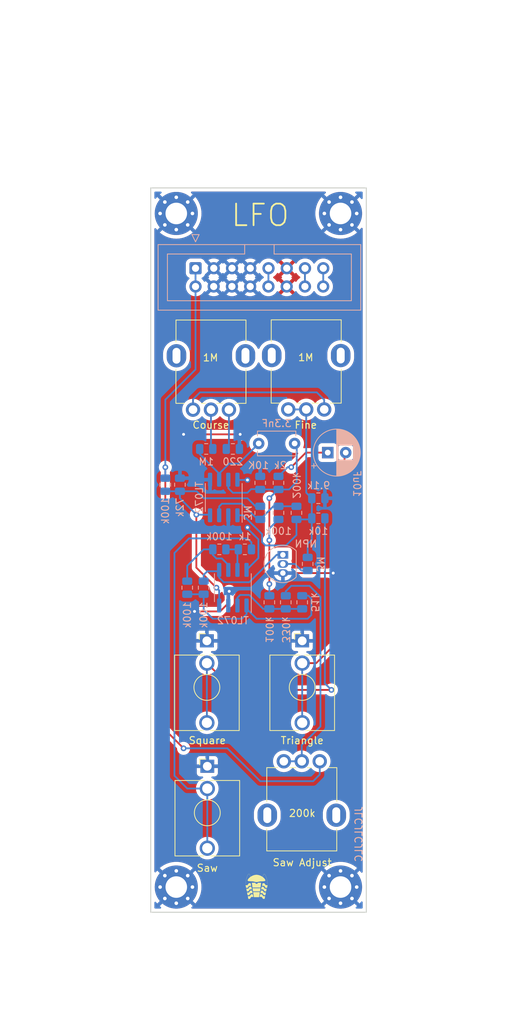
<source format=kicad_pcb>
(kicad_pcb (version 20211014) (generator pcbnew)
  (layers (0 "F.Cu" signal) (31 "B.Cu" signal) (34 "B.Paste" user) (35 "F.Paste" user) (36 "B.SilkS" user "B.Silkscreen") (37 "F.SilkS" user "F.Silkscreen") (38 "B.Mask" user) (39 "F.Mask" user) (44 "Edge.Cuts" user))
  (net 0 "")
  (net 1 "Net-(C1-Pad1)")
  (net 2 "/TRI_B")
  (net 3 "Net-(C2-Pad1)")
  (net 4 "TRIANGLE")
  (net 5 "GND")
  (net 6 "SAW")
  (net 7 "SQUARE")
  (net 8 "Net-(Q1-Pad2)")
  (net 9 "Net-(Q1-Pad1)")
  (net 10 "-5V")
  (net 11 "Net-(R1-Pad2)")
  (net 12 "/SQR_B")
  (net 13 "Net-(R4-Pad2)")
  (net 14 "Net-(R7-Pad2)")
  (net 15 "Net-(U3-Pad2)")
  (net 16 "Net-(R11-Pad1)")
  (net 17 "Net-(U3-Pad1)")
  (net 18 "Net-(U3-Pad6)")
  (net 19 "Net-(U3-Pad7)")
  (net 20 "-12V")
  (net 21 "Net-(RV1-Pad3)")
  (net 22 "unconnected-(U1-Pad5)")
  (net 23 "+5V")
  (net 24 "unconnected-(U1-Pad7)")
  (net 25 "unconnected-(U1-Pad8)")
  (footprint "MountingHole:MountingHole_3mm_Pad_Via" (layer "F.Cu") (at 125.476 154.686)
    (fp_text reference "H3" hide)
    (fp_text value "MountingHole_Pad" hide)
    (pad "1" thru_hole circle locked (at 2.25 0) (size 0.8 0.8) (drill 0.5) (layers *.Cu *.Mask) (net 5 "GND"))
    (pad "1" thru_hole circle locked (at 1.59099 1.59099) (size 0.8 0.8) (drill 0.5) (layers *.Cu *.Mask) (net 5 "GND"))
    (pad "1" thru_hole circle locked (at -1.59099 -1.59099) (size 0.8 0.8) (drill 0.5) (layers *.Cu *.Mask) (net 5 "GND"))
    (pad "1" thru_hole circle locked (at 0 2.25) (size 0.8 0.8) (drill 0.5) (layers *.Cu *.Mask) (net 5 "GND"))
    (pad "1" thru_hole circle locked (at 0 -2.25) (size 0.8 0.8) (drill 0.5) (layers *.Cu *.Mask) (net 5 "GND"))
    (pad "1" thru_hole circle locked (at 0 0) (size 6 6) (drill 3) (layers *.Cu *.Mask) (net 5 "GND"))
    (pad "1" thru_hole circle locked (at -2.25 0) (size 0.8 0.8) (drill 0.5) (layers *.Cu *.Mask) (net 5 "GND"))
    (pad "1" thru_hole circle locked (at -1.59099 1.59099) (size 0.8 0.8) (drill 0.5) (layers *.Cu *.Mask) (net 5 "GND"))
    (pad "1" thru_hole circle locked (at 1.59099 -1.59099) (size 0.8 0.8) (drill 0.5) (layers *.Cu *.Mask) (net 5 "GND"))
  )
  (footprint "LIBRARY-8-bit-computer:3.5mm-mono-jack-eurorack-2" (layer "F.Cu") (at 129.794 144.45)
    (fp_text reference "J1" hide)
    (fp_text value "AudioJack2_Ground" hide)
    (fp_text user "Saw" (at 0 7.588 unlocked) (layer "F.SilkS"))
    (pad "G" thru_hole rect (at 0 -6.574 180) (size 1.93 1.83) (drill 1.22) (layers *.Cu *.Mask) (net 5 "GND"))
    (pad "S" thru_hole circle (at 0 -3.474 180) (size 2.13 2.13) (drill 1.42) (layers *.Cu *.Mask) (net 6 "SAW"))
    (pad "T" thru_hole circle (at 0 4.826 180) (size 2.13 2.13) (drill 1.43) (layers *.Cu *.Mask) (net 6 "SAW"))
  )
  (footprint "Stephenv6:trilobyte-logo-tiny" (layer "F.Cu") (at 136.642 148.720558)
    (fp_text reference "REF**" hide)
    (fp_text value "trilobyte-logo-tiny" hide)
  )
  (footprint "LIBRARY-8-bit-computer:3.5mm-mono-jack-eurorack-2" (layer "F.Cu") (at 129.734 127)
    (fp_text reference "J3" hide)
    (fp_text value "AudioJack2_Ground" hide)
    (fp_text user "Square" (at 0.06 7.29 unlocked) (layer "F.SilkS"))
    (pad "G" thru_hole rect (at 0 -6.574 180) (size 1.93 1.83) (drill 1.22) (layers *.Cu *.Mask) (net 5 "GND"))
    (pad "S" thru_hole circle (at 0 -3.474 180) (size 2.13 2.13) (drill 1.42) (layers *.Cu *.Mask) (net 7 "SQUARE"))
    (pad "T" thru_hole circle (at 0 4.826 180) (size 2.13 2.13) (drill 1.43) (layers *.Cu *.Mask) (net 7 "SQUARE"))
  )
  (footprint "LIBRARY-8-bit-computer:alpha-9mm-potentiometer" (layer "F.Cu") (at 130.244 81.026 90)
    (fp_text reference "RV2" hide)
    (fp_text value "R_Potentiometer_US" hide)
    (fp_text user "1M" (at 0 0 unlocked) (layer "F.SilkS"))
    (fp_text user "Course" (at -9.369 0.0505 unlocked) (layer "F.SilkS"))
    (pad "" thru_hole oval (at 0.268 4.86) (size 2.72 3.24) (drill oval 1.1 2.2) (layers *.Cu *.Mask))
    (pad "" thru_hole oval (at 0.268 -4.74 180) (size 2.72 3.24) (drill oval 1.1 2.2) (layers *.Cu *.Mask))
    (pad "1" thru_hole circle (at -7.232 -2.44 180) (size 2 2) (drill 1.2) (layers *.Cu *.Mask) (net 21 "Net-(RV1-Pad3)"))
    (pad "2" thru_hole circle (at -7.232 0.06 180) (size 2 2) (drill 1.2) (layers *.Cu *.Mask) (net 14 "Net-(R7-Pad2)"))
    (pad "3" thru_hole circle (at -7.232 2.56 180) (size 2 2) (drill 1.2) (layers *.Cu *.Mask) (net 13 "Net-(R4-Pad2)"))
  )
  (footprint "LIBRARY-8-bit-computer:alpha-9mm-potentiometer" (layer "F.Cu") (at 143.5025 80.997 90)
    (fp_text reference "RV1" hide)
    (fp_text value "R_Potentiometer_US" hide)
    (fp_text user "Fine" (at -9.398 0 unlocked) (layer "F.SilkS"))
    (fp_text user "1M" (at 0 0 unlocked) (layer "F.SilkS"))
    (pad "" thru_hole oval (at 0.268 4.86) (size 2.72 3.24) (drill oval 1.1 2.2) (layers *.Cu *.Mask))
    (pad "" thru_hole oval (at 0.268 -4.74 180) (size 2.72 3.24) (drill oval 1.1 2.2) (layers *.Cu *.Mask))
    (pad "1" thru_hole circle (at -7.232 -2.44 180) (size 2 2) (drill 1.2) (layers *.Cu *.Mask) (net 12 "/SQR_B"))
    (pad "2" thru_hole circle (at -7.232 0.06 180) (size 2 2) (drill 1.2) (layers *.Cu *.Mask) (net 12 "/SQR_B"))
    (pad "3" thru_hole circle (at -7.232 2.56 180) (size 2 2) (drill 1.2) (layers *.Cu *.Mask) (net 21 "Net-(RV1-Pad3)"))
  )
  (footprint "MountingHole:MountingHole_3mm_Pad_Via" (layer "F.Cu") (at 148.336 154.686)
    (fp_text reference "H2" hide)
    (fp_text value "MountingHole_Pad" hide)
    (pad "1" thru_hole circle locked (at -1.59099 -1.59099) (size 0.8 0.8) (drill 0.5) (layers *.Cu *.Mask) (net 5 "GND"))
    (pad "1" thru_hole circle locked (at -2.25 0) (size 0.8 0.8) (drill 0.5) (layers *.Cu *.Mask) (net 5 "GND"))
    (pad "1" thru_hole circle locked (at 1.59099 -1.59099) (size 0.8 0.8) (drill 0.5) (layers *.Cu *.Mask) (net 5 "GND"))
    (pad "1" thru_hole circle locked (at -1.59099 1.59099) (size 0.8 0.8) (drill 0.5) (layers *.Cu *.Mask) (net 5 "GND"))
    (pad "1" thru_hole circle locked (at 0 -2.25) (size 0.8 0.8) (drill 0.5) (layers *.Cu *.Mask) (net 5 "GND"))
    (pad "1" thru_hole circle locked (at 1.59099 1.59099) (size 0.8 0.8) (drill 0.5) (layers *.Cu *.Mask) (net 5 "GND"))
    (pad "1" thru_hole circle locked (at 2.25 0) (size 0.8 0.8) (drill 0.5) (layers *.Cu *.Mask) (net 5 "GND"))
    (pad "1" thru_hole circle locked (at 0 2.25) (size 0.8 0.8) (drill 0.5) (layers *.Cu *.Mask) (net 5 "GND"))
    (pad "1" thru_hole circle locked (at 0 0) (size 6 6) (drill 3) (layers *.Cu *.Mask) (net 5 "GND"))
  )
  (footprint "MountingHole:MountingHole_3mm_Pad_Via" (layer "F.Cu") (at 125.476 60.96)
    (fp_text reference "H1" hide)
    (fp_text value "MountingHole_Pad" hide)
    (pad "1" thru_hole circle locked (at -2.25 0) (size 0.8 0.8) (drill 0.5) (layers *.Cu *.Mask) (net 5 "GND"))
    (pad "1" thru_hole circle locked (at 0 -2.25) (size 0.8 0.8) (drill 0.5) (layers *.Cu *.Mask) (net 5 "GND"))
    (pad "1" thru_hole circle locked (at 1.59099 1.59099) (size 0.8 0.8) (drill 0.5) (layers *.Cu *.Mask) (net 5 "GND"))
    (pad "1" thru_hole circle locked (at 0 0) (size 6 6) (drill 3) (layers *.Cu *.Mask) (net 5 "GND"))
    (pad "1" thru_hole circle locked (at -1.59099 1.59099) (size 0.8 0.8) (drill 0.5) (layers *.Cu *.Mask) (net 5 "GND"))
    (pad "1" thru_hole circle locked (at -1.59099 -1.59099) (size 0.8 0.8) (drill 0.5) (layers *.Cu *.Mask) (net 5 "GND"))
    (pad "1" thru_hole circle locked (at 2.25 0) (size 0.8 0.8) (drill 0.5) (layers *.Cu *.Mask) (net 5 "GND"))
    (pad "1" thru_hole circle locked (at 1.59099 -1.59099) (size 0.8 0.8) (drill 0.5) (layers *.Cu *.Mask) (net 5 "GND"))
    (pad "1" thru_hole circle locked (at 0 2.25) (size 0.8 0.8) (drill 0.5) (layers *.Cu *.Mask) (net 5 "GND"))
  )
  (footprint "LIBRARY-8-bit-computer:alpha-9mm-potentiometer" (layer "F.Cu") (at 143.002 144.418 -90)
    (fp_text reference "RV3" hide)
    (fp_text value "R_Potentiometer_US" hide)
    (fp_text user "Saw Adjust" (at 6.858 0 unlocked) (layer "F.SilkS"))
    (fp_text user "200k" (at 0 0 unlocked) (layer "F.SilkS"))
    (pad "" thru_hole oval (at 0.268 -4.74) (size 2.72 3.24) (drill oval 1.1 2.2) (layers *.Cu *.Mask))
    (pad "" thru_hole oval (at 0.268 4.86 180) (size 2.72 3.24) (drill oval 1.1 2.2) (layers *.Cu *.Mask))
    (pad "1" thru_hole circle (at -7.232 -2.44) (size 2 2) (drill 1.2) (layers *.Cu *.Mask) (net 20 "-12V"))
    (pad "2" thru_hole circle (at -7.232 0.06) (size 2 2) (drill 1.2) (layers *.Cu *.Mask) (net 16 "Net-(R11-Pad1)"))
    (pad "3" thru_hole circle (at -7.232 2.56) (size 2 2) (drill 1.2) (layers *.Cu *.Mask) (net 16 "Net-(R11-Pad1)"))
  )
  (footprint "LIBRARY-8-bit-computer:3.5mm-mono-jack-eurorack-2" (layer "F.Cu") (at 143.002 127)
    (fp_text reference "J2" hide)
    (fp_text value "AudioJack2_Ground" hide)
    (fp_text user "Triangle" (at 0 7.29 unlocked) (layer "F.SilkS"))
    (pad "G" thru_hole rect (at 0 -6.574 180) (size 1.93 1.83) (drill 1.22) (layers *.Cu *.Mask) (net 5 "GND"))
    (pad "S" thru_hole circle (at 0 -3.474 180) (size 2.13 2.13) (drill 1.42) (layers *.Cu *.Mask) (net 4 "TRIANGLE"))
    (pad "T" thru_hole circle (at 0 4.826 180) (size 2.13 2.13) (drill 1.43) (layers *.Cu *.Mask) (net 4 "TRIANGLE"))
  )
  (footprint "MountingHole:MountingHole_3mm_Pad_Via" (layer "F.Cu") (at 148.336 60.96)
    (fp_text reference "H4" hide)
    (fp_text value "MountingHole_Pad" hide)
    (pad "1" thru_hole circle locked (at -2.25 0) (size 0.8 0.8) (drill 0.5) (layers *.Cu *.Mask) (net 5 "GND"))
    (pad "1" thru_hole circle locked (at 1.59099 1.59099) (size 0.8 0.8) (drill 0.5) (layers *.Cu *.Mask) (net 5 "GND"))
    (pad "1" thru_hole circle locked (at 1.59099 -1.59099) (size 0.8 0.8) (drill 0.5) (layers *.Cu *.Mask) (net 5 "GND"))
    (pad "1" thru_hole circle locked (at -1.59099 1.59099) (size 0.8 0.8) (drill 0.5) (layers *.Cu *.Mask) (net 5 "GND"))
    (pad "1" thru_hole circle locked (at 0 -2.25) (size 0.8 0.8) (drill 0.5) (layers *.Cu *.Mask) (net 5 "GND"))
    (pad "1" thru_hole circle locked (at 0 0) (size 6 6) (drill 3) (layers *.Cu *.Mask) (net 5 "GND"))
    (pad "1" thru_hole circle locked (at -1.59099 -1.59099) (size 0.8 0.8) (drill 0.5) (layers *.Cu *.Mask) (net 5 "GND"))
    (pad "1" thru_hole circle locked (at 0 2.25) (size 0.8 0.8) (drill 0.5) (layers *.Cu *.Mask) (net 5 "GND"))
    (pad "1" thru_hole circle locked (at 2.25 0) (size 0.8 0.8) (drill 0.5) (layers *.Cu *.Mask) (net 5 "GND"))
  )
  (footprint "Resistor_SMD:R_0805_2012Metric" (layer "B.Cu") (at 140.716 115.062 -90)
    (fp_text reference "R11" hide)
    (fp_text value "R_Small_US" hide)
    (fp_text user "330k" (at 3.81 0 -90 unlocked) (layer "B.SilkS") (effects (justify mirror)))
    (pad "1" smd roundrect (at -0.9125 0 270) (size 1.025 1.4) (layers "B.Cu" "B.Paste" "B.Mask") (roundrect_rratio 0.243902439) (net 16 "Net-(R11-Pad1)"))
    (pad "2" smd roundrect (at 0.9125 0 270) (size 1.025 1.4) (layers "B.Cu" "B.Paste" "B.Mask") (roundrect_rratio 0.243902439) (net 15 "Net-(U3-Pad2)"))
  )
  (footprint "Resistor_SMD:R_0805_2012Metric" (layer "B.Cu") (at 143.764 109.728 -90)
    (fp_text reference "R12" hide)
    (fp_text value "R_Small_US" hide)
    (fp_text user "3M" (at 0 -1.778 -90 unlocked) (layer "B.SilkS") (effects (justify mirror)))
    (pad "1" smd roundrect (at -0.9125 0 270) (size 1.025 1.4) (layers "B.Cu" "B.Paste" "B.Mask") (roundrect_rratio 0.243902439) (net 12 "/SQR_B"))
    (pad "2" smd roundrect (at 0.9125 0 270) (size 1.025 1.4) (layers "B.Cu" "B.Paste" "B.Mask") (roundrect_rratio 0.243902439) (net 8 "Net-(Q1-Pad2)"))
  )
  (footprint "Resistor_SMD:R_0805_2012Metric" (layer "B.Cu") (at 127 113.03 90)
    (fp_text reference "R15" hide)
    (fp_text value "R_Small_US" hide)
    (fp_text user "100k" (at -3.81 0 90 unlocked) (layer "B.SilkS") (effects (justify mirror)))
    (pad "1" smd roundrect (at -0.9125 0 90) (size 1.025 1.4) (layers "B.Cu" "B.Paste" "B.Mask") (roundrect_rratio 0.243902439) (net 17 "Net-(U3-Pad1)"))
    (pad "2" smd roundrect (at 0.9125 0 90) (size 1.025 1.4) (layers "B.Cu" "B.Paste" "B.Mask") (roundrect_rratio 0.243902439) (net 18 "Net-(U3-Pad6)"))
  )
  (footprint "Resistor_SMD:R_0805_2012Metric" (layer "B.Cu") (at 142.2 102.616 -90)
    (fp_text reference "R3" hide)
    (fp_text value "R_Small_US" hide)
    (fp_text user "200k" (at -3.81 0 -90 unlocked) (layer "B.SilkS") (effects (justify mirror)))
    (pad "1" smd roundrect (at -0.9125 0 270) (size 1.025 1.4) (layers "B.Cu" "B.Paste" "B.Mask") (roundrect_rratio 0.243902439) (net 11 "Net-(R1-Pad2)"))
    (pad "2" smd roundrect (at 0.9125 0 270) (size 1.025 1.4) (layers "B.Cu" "B.Paste" "B.Mask") (roundrect_rratio 0.243902439) (net 12 "/SQR_B"))
  )
  (footprint "Capacitor_THT:C_Disc_D5.1mm_W3.2mm_P5.00mm" (layer "B.Cu") (at 136.946 92.964)
    (fp_text reference "C1" hide)
    (fp_text value "C" hide)
    (fp_text user "3.3nF" (at 2.5 -2.794 unlocked) (layer "B.SilkS") (effects (justify mirror)))
    (pad "1" thru_hole circle locked (at 0 0) (size 1.6 1.6) (drill 0.8) (layers *.Cu *.Mask) (net 1 "Net-(C1-Pad1)"))
    (pad "2" thru_hole circle locked (at 5 0) (size 1.6 1.6) (drill 0.8) (layers *.Cu *.Mask) (net 2 "/TRI_B"))
  )
  (footprint "Resistor_SMD:R_0805_2012Metric" (layer "B.Cu") (at 143.002 115.062 90)
    (fp_text reference "R13" hide)
    (fp_text value "R_Small_US" hide)
    (fp_text user "51k" (at 0 1.778 270 unlocked) (layer "B.SilkS") (effects (justify mirror)))
    (pad "1" smd roundrect (at -0.9125 0 90) (size 1.025 1.4) (layers "B.Cu" "B.Paste" "B.Mask") (roundrect_rratio 0.243902439) (net 15 "Net-(U3-Pad2)"))
    (pad "2" smd roundrect (at 0.9125 0 90) (size 1.025 1.4) (layers "B.Cu" "B.Paste" "B.Mask") (roundrect_rratio 0.243902439) (net 17 "Net-(U3-Pad1)"))
  )
  (footprint "Resistor_SMD:R_0805_2012Metric" (layer "B.Cu") (at 139.7 102.616 -90)
    (fp_text reference "R2" hide)
    (fp_text value "R_Small_US" hide)
    (fp_text user "100k" (at 2.54 0 unlocked) (layer "B.SilkS") (effects (justify mirror)))
    (pad "1" smd roundrect (at -0.9125 0 270) (size 1.025 1.4) (layers "B.Cu" "B.Paste" "B.Mask") (roundrect_rratio 0.243902439) (net 11 "Net-(R1-Pad2)"))
    (pad "2" smd roundrect (at 0.9125 0 270) (size 1.025 1.4) (layers "B.Cu" "B.Paste" "B.Mask") (roundrect_rratio 0.243902439) (net 2 "/TRI_B"))
  )
  (footprint "Package_TO_SOT_THT:TO-92_Inline" (layer "B.Cu") (at 140.314 108.458 -90)
    (fp_text reference "Q1" hide)
    (fp_text value "2n3904" hide)
    (fp_text user "NPN" (at -1.524 -3.196 unlocked) (layer "B.SilkS") (effects (justify mirror)))
    (pad "1" thru_hole rect locked (at 0 0 270) (size 1.05 1.5) (drill 0.75) (layers *.Cu *.Mask) (net 9 "Net-(Q1-Pad1)"))
    (pad "2" thru_hole oval locked (at 1.27 0 270) (size 1.05 1.5) (drill 0.75) (layers *.Cu *.Mask) (net 8 "Net-(Q1-Pad2)"))
    (pad "3" thru_hole oval locked (at 2.54 0 270) (size 1.05 1.5) (drill 0.75) (layers *.Cu *.Mask) (net 5 "GND"))
  )
  (footprint "Resistor_SMD:R_0805_2012Metric" (layer "B.Cu") (at 138.43 115.062 -90)
    (fp_text reference "R10" hide)
    (fp_text value "R_Small_US" hide)
    (fp_text user "100k" (at 3.81 0 -90 unlocked) (layer "B.SilkS") (effects (justify mirror)))
    (pad "1" smd roundrect (at -0.9125 0 270) (size 1.025 1.4) (layers "B.Cu" "B.Paste" "B.Mask") (roundrect_rratio 0.243902439) (net 2 "/TRI_B"))
    (pad "2" smd roundrect (at 0.9125 0 270) (size 1.025 1.4) (layers "B.Cu" "B.Paste" "B.Mask") (roundrect_rratio 0.243902439) (net 15 "Net-(U3-Pad2)"))
  )
  (footprint "Resistor_SMD:R_0805_2012Metric" (layer "B.Cu") (at 137.16 102.616 -90)
    (fp_text reference "R1" hide)
    (fp_text value "R_Small_US" hide)
    (fp_text user "3M" (at 0 1.778 -90 unlocked) (layer "B.SilkS") (effects (justify mirror)))
    (pad "1" smd roundrect (at -0.9125 0 270) (size 1.025 1.4) (layers "B.Cu" "B.Paste" "B.Mask") (roundrect_rratio 0.243902439) (net 10 "-5V"))
    (pad "2" smd roundrect (at 0.9125 0 270) (size 1.025 1.4) (layers "B.Cu" "B.Paste" "B.Mask") (roundrect_rratio 0.243902439) (net 11 "Net-(R1-Pad2)"))
  )
  (footprint "Package_SO:SOIC-8_3.9x4.9mm_P1.27mm" (layer "B.Cu") (at 133.35 113.03 90)
    (fp_text reference "U3" hide)
    (fp_text value "TL072" (at -4.572 0 180) (layer "B.SilkS") (effects (justify mirror)))
    (pad "1" smd roundrect locked (at -2.475 1.905 90) (size 1.95 0.6) (layers "B.Cu" "B.Paste" "B.Mask") (net 17 "Net-(U3-Pad1)"))
    (pad "2" smd roundrect locked (at -2.475 0.635 90) (size 1.95 0.6) (layers "B.Cu" "B.Paste" "B.Mask") (net 15 "Net-(U3-Pad2)"))
    (pad "3" smd roundrect locked (at -2.475 -0.635 90) (size 1.95 0.6) (layers "B.Cu" "B.Paste" "B.Mask") (net 5 "GND"))
    (pad "4" smd roundrect locked (at -2.475 -1.905 90) (size 1.95 0.6) (layers "B.Cu" "B.Paste" "B.Mask") (net 10 "-5V"))
    (pad "5" smd roundrect locked (at 2.475 -1.905 90) (size 1.95 0.6) (layers "B.Cu" "B.Paste" "B.Mask") (net 9 "Net-(Q1-Pad1)"))
    (pad "6" smd roundrect locked (at 2.475 -0.635 90) (size 1.95 0.6) (layers "B.Cu" "B.Paste" "B.Mask") (net 18 "Net-(U3-Pad6)"))
    (pad "7" smd roundrect locked (at 2.475 0.635 90) (size 1.95 0.6) (layers "B.Cu" "B.Paste" "B.Mask") (net 19 "Net-(U3-Pad7)"))
    (pad "8" smd roundrect locked (at 2.475 1.905 90) (size 1.95 0.6) (layers "B.Cu" "B.Paste" "B.Mask") (net 23 "+5V"))
  )
  (footprint "Resistor_SMD:R_0805_2012Metric" (layer "B.Cu") (at 131.4685 107.696)
    (fp_text reference "R16" hide)
    (fp_text value "R_Small_US" hide)
    (fp_text user "100k" (at 0 -1.778 unlocked) (layer "B.SilkS") (effects (justify mirror)))
    (pad "1" smd roundrect (at -0.9125 0) (size 1.025 1.4) (layers "B.Cu" "B.Paste" "B.Mask") (roundrect_rratio 0.243902439) (net 18 "Net-(U3-Pad6)"))
    (pad "2" smd roundrect (at 0.9125 0) (size 1.025 1.4) (layers "B.Cu" "B.Paste" "B.Mask") (roundrect_rratio 0.243902439) (net 19 "Net-(U3-Pad7)"))
  )
  (footprint "Resistor_SMD:R_0805_2012Metric" (layer "B.Cu") (at 133.35 93.726 180)
    (fp_text reference "R4" hide)
    (fp_text value "R_Small_US" hide)
    (fp_text user "220" (at 0 -1.778 unlocked) (layer "B.SilkS") (effects (justify mirror)))
    (pad "1" smd roundrect (at -0.9125 0 180) (size 1.025 1.4) (layers "B.Cu" "B.Paste" "B.Mask") (roundrect_rratio 0.243902439) (net 5 "GND"))
    (pad "2" smd roundrect (at 0.9125 0 180) (size 1.025 1.4) (layers "B.Cu" "B.Paste" "B.Mask") (roundrect_rratio 0.243902439) (net 13 "Net-(R4-Pad2)"))
  )
  (footprint "Resistor_SMD:R_0805_2012Metric" (layer "B.Cu") (at 137.16 98.4485 -90)
    (fp_text reference "R8" hide)
    (fp_text value "R_Small_US" hide)
    (fp_text user "10K" (at -2.4365 0.254 unlocked) (layer "B.SilkS") (effects (justify mirror)))
    (pad "1" smd roundrect (at -0.9125 0 270) (size 1.025 1.4) (layers "B.Cu" "B.Paste" "B.Mask") (roundrect_rratio 0.243902439) (net 5 "GND"))
    (pad "2" smd roundrect (at 0.9125 0 270) (size 1.025 1.4) (layers "B.Cu" "B.Paste" "B.Mask") (roundrect_rratio 0.243902439) (net 2 "/TRI_B"))
  )
  (footprint "Capacitor_THT:CP_Radial_D6.3mm_P2.50mm" (layer "B.Cu") (at 146.558 94.234)
    (fp_text reference "C2" hide)
    (fp_text value "C_Polarized_Small_US" hide)
    (fp_text user "10uF" (at 4.064 4.318 270 unlocked) (layer "B.SilkS") (effects (justify mirror)))
    (pad "1" thru_hole rect locked (at 0 0) (size 1.6 1.6) (drill 0.8) (layers *.Cu *.Mask) (net 3 "Net-(C2-Pad1)"))
    (pad "2" thru_hole circle locked (at 2.5 0) (size 1.6 1.6) (drill 0.8) (layers *.Cu *.Mask) (net 4 "TRIANGLE"))
  )
  (footprint "Resistor_SMD:R_0805_2012Metric" (layer "B.Cu") (at 135.0245 107.696)
    (fp_text reference "R17" hide)
    (fp_text value "R_Small_US" hide)
    (fp_text user "1k" (at 0 -1.778 unlocked) (layer "B.SilkS") (effects (justify mirror)))
    (pad "1" smd roundrect (at -0.9125 0) (size 1.025 1.4) (layers "B.Cu" "B.Paste" "B.Mask") (roundrect_rratio 0.243902439) (net 19 "Net-(U3-Pad7)"))
    (pad "2" smd roundrect (at 0.9125 0) (size 1.025 1.4) (layers "B.Cu" "B.Paste" "B.Mask") (roundrect_rratio 0.243902439) (net 6 "SAW"))
  )
  (footprint "Resistor_SMD:R_0805_2012Metric" (layer "B.Cu") (at 139.7 98.4485 -90)
    (fp_text reference "R9" hide)
    (fp_text value "R_Small_US" hide)
    (fp_text user "2k" (at -2.4365 -0.254 unlocked) (layer "B.SilkS") (effects (justify mirror)))
    (pad "1" smd roundrect (at -0.9125 0 270) (size 1.025 1.4) (layers "B.Cu" "B.Paste" "B.Mask") (roundrect_rratio 0.243902439) (net 3 "Net-(C2-Pad1)"))
    (pad "2" smd roundrect (at 0.9125 0 270) (size 1.025 1.4) (layers "B.Cu" "B.Paste" "B.Mask") (roundrect_rratio 0.243902439) (net 2 "/TRI_B"))
  )
  (footprint "Resistor_SMD:R_0805_2012Metric" (layer "B.Cu") (at 145.248 103.378)
    (fp_text reference "R6" hide)
    (fp_text value "R_Small_US" hide)
    (fp_text user "10k" (at 0 1.778 unlocked) (layer "B.SilkS") (effects (justify mirror)))
    (pad "1" smd roundrect (at -0.9125 0) (size 1.025 1.4) (layers "B.Cu" "B.Paste" "B.Mask") (roundrect_rratio 0.243902439) (net 12 "/SQR_B"))
    (pad "2" smd roundrect (at 0.9125 0) (size 1.025 1.4) (layers "B.Cu" "B.Paste" "B.Mask") (roundrect_rratio 0.243902439) (net 7 "SQUARE"))
  )
  (footprint "Resistor_SMD:R_0805_2012Metric" (layer "B.Cu") (at 129.286 113.03 90)
    (fp_text reference "R14" hide)
    (fp_text value "R_Small_US" hide)
    (fp_text user "100k" (at -3.81 0 90 unlocked) (layer "B.SilkS") (effects (justify mirror)))
    (pad "1" smd roundrect (at -0.9125 0 90) (size 1.025 1.4) (layers "B.Cu" "B.Paste" "B.Mask") (roundrect_rratio 0.243902439) (net 17 "Net-(U3-Pad1)"))
    (pad "2" smd roundrect (at 0.9125 0 90) (size 1.025 1.4) (layers "B.Cu" "B.Paste" "B.Mask") (roundrect_rratio 0.243902439) (net 9 "Net-(Q1-Pad1)"))
  )
  (footprint "Package_SO:SOIC-8_3.9x4.9mm_P1.27mm" (layer "B.Cu") (at 132.08 100.4805 90)
    (fp_text reference "U2" hide)
    (fp_text value "TL072" (at 0 -3.4 90) (layer "B.SilkS") (effects (justify mirror)))
    (pad "1" smd roundrect locked (at -2.475 1.905 90) (size 1.95 0.6) (layers "B.Cu" "B.Paste" "B.Mask") (net 12 "/SQR_B"))
    (pad "2" smd roundrect locked (at -2.475 0.635 90) (size 1.95 0.6) (layers "B.Cu" "B.Paste" "B.Mask") (net 5 "GND"))
    (pad "3" smd roundrect locked (at -2.475 -0.635 90) (size 1.95 0.6) (layers "B.Cu" "B.Paste" "B.Mask") (net 11 "Net-(R1-Pad2)"))
    (pad "4" smd roundrect locked (at -2.475 -1.905 90) (size 1.95 0.6) (layers "B.Cu" "B.Paste" "B.Mask") (net 10 "-5V"))
    (pad "5" smd roundrect locked (at 2.475 -1.905 90) (size 1.95 0.6) (layers "B.Cu" "B.Paste" "B.Mask") (net 5 "GND"))
    (pad "6" smd roundrect locked (at 2.475 -0.635 90) (size 1.95 0.6) (layers "B.Cu" "B.Paste" "B.Mask") (net 1 "Net-(C1-Pad1)"))
    (pad "7" smd roundrect locked (at 2.475 0.635 90) (size 1.95 0.6) (layers "B.Cu" "B.Paste" "B.Mask") (net 2 "/TRI_B"))
    (pad "8" smd roundrect locked (at 2.475 1.905 90) (size 1.95 0.6) (layers "B.Cu" "B.Paste" "B.Mask") (net 23 "+5V"))
  )
  (footprint "LIBRARY-8-bit-computer:IDC-Socket-Eurorack_16p_2.54mm" (layer "B.Cu") (at 137.032 69.85 90)
    (fp_text reference "U1" hide)
    (fp_text value "Eurorack_IDE_16P" hide)
    (pad "1" thru_hole roundrect (at 1.27 -8.878 270) (size 1.7 1.7) (drill 1) (layers *.Cu *.Mask) (roundrect_rratio 0.1470588235) (net 20 "-12V"))
    (pad "1" thru_hole circle (at -1.27 -8.878 270) (size 1.7 1.7) (drill 1) (layers *.Cu *.Mask) (net 20 "-12V"))
    (pad "2" thru_hole circle (at -1.27 -6.35 270) (size 1.7 1.7) (drill 1) (layers *.Cu *.Mask) (net 5 "GND"))
    (pad "2" thru_hole circle (at 1.27 -6.338 270) (size 1.7 1.7) (drill 1) (layers *.Cu *.Mask) (net 5 "GND"))
    (pad "3" thru_hole circle (at -1.27 -3.81 270) (size 1.7 1.7) (drill 1) (layers *.Cu *.Mask) (net 5 "GND"))
    (pad "3" thru_hole circle (at 1.27 -3.798 270) (size 1.7 1.7) (drill 1) (layers *.Cu *.Mask) (net 5 "GND"))
    (pad "4" thru_hole circle (at 1.27 -1.258 270) (size 1.7 1.7) (drill 1) (layers *.Cu *.Mask) (net 5 "GND"))
    (pad "4" thru_hole circle (at -1.27 -1.27 270) (size 1.7 1.7) (drill 1) (layers *.Cu *.Mask) (net 5 "GND"))
    (pad "5" thru_hole circle (at 1.27 1.282 270) (size 1.7 1.7) (drill 1) (layers *.Cu *.Mask) (net 22 "unconnected-(U1-Pad5)"))
    (pad "5" thru_hole circle (at -1.27 1.27 270) (size 1.7 1.7) (drill 1) (layers *.Cu *.Mask) (net 22 "unconnected-(U1-Pad5)"))
    (pad "6" thru_hole circle (at 1.27 3.822 270) (size 1.7 1.7) (drill 1) (layers *.Cu *.Mask) (net 23 "+5V"))
    (pad "6" thru_hole circle (at -1.27 3.81 270) (size 1.7 1.7) (drill 1) (layers *.Cu *.Mask) (net 23 "+5V"))
    (pad "7" thru_hole circle (at 1.27 6.362 270) (size 1.7 1.7) (drill 1) (layers *.Cu *.Mask) (net 24 "unconnected-(U1-Pad7)"))
    (pad "7" thru_hole circle (at -1.27 6.35 270) (size 1.7 1.7) (drill 1) (layers *.Cu *.Mask) (net 24 "unconnected-(U1-Pad7)"))
    (pad "8" thru_hole circle (at -1.27 8.89 270) (size 1.7 1.7) (drill 1) (layers *.Cu *.Mask) (net 25 "unconnected-(U1-Pad8)"))
    (pad "8" thru_hole circle (at 1.27 8.902 270) (size 1.7 1.7) (drill 1) (layers *.Cu *.Mask) (net 25 "unconnected-(U1-Pad8)"))
  )
  (footprint "Resistor_SMD:R_0805_2012Metric" (layer "B.Cu") (at 125.984 98.7025 90)
    (fp_text reference "R19" hide)
    (fp_text value "R_Small_US" hide)
    (fp_text user "72k" (at -3.1515 0 90 unlocked) (layer "B.SilkS") (effects (justify mirror)))
    (pad "1" smd roundrect (at -0.9125 0 90) (size 1.025 1.4) (layers "B.Cu" "B.Paste" "B.Mask") (roundrect_rratio 0.243902439) (net 10 "-5V"))
    (pad "2" smd roundrect (at 0.9125 0 90) (size 1.025 1.4) (layers "B.Cu" "B.Paste" "B.Mask") (roundrect_rratio 0.243902439) (net 5 "GND"))
  )
  (footprint "Resistor_SMD:R_0805_2012Metric" (layer "B.Cu") (at 129.6435 93.726)
    (fp_text reference "R7" hide)
    (fp_text value "R_Small_US" hide)
    (fp_text user "1M" (at 0 1.778 unlocked) (layer "B.SilkS") (effects (justify mirror)))
    (pad "1" smd roundrect (at -0.9125 0) (size 1.025 1.4) (layers "B.Cu" "B.Paste" "B.Mask") (roundrect_rratio 0.243902439) (net 1 "Net-(C1-Pad1)"))
    (pad "2" smd roundrect (at 0.9125 0) (size 1.025 1.4) (layers "B.Cu" "B.Paste" "B.Mask") (roundrect_rratio 0.243902439) (net 14 "Net-(R7-Pad2)"))
  )
  (footprint "Resistor_SMD:R_0805_2012Metric" (layer "B.Cu") (at 123.952 98.7025 90)
    (fp_text reference "R18" hide)
    (fp_text value "R_Small_US" hide)
    (fp_text user "100k" (at -3.6595 0 90 unlocked) (layer "B.SilkS") (effects (justify mirror)))
    (pad "1" smd roundrect (at -0.9125 0 90) (size 1.025 1.4) (layers "B.Cu" "B.Paste" "B.Mask") (roundrect_rratio 0.243902439) (net 10 "-5V"))
    (pad "2" smd roundrect (at 0.9125 0 90) (size 1.025 1.4) (layers "B.Cu" "B.Paste" "B.Mask") (roundrect_rratio 0.243902439) (net 20 "-12V"))
  )
  (footprint "Resistor_SMD:R_0805_2012Metric" (layer "B.Cu") (at 145.248 100.584)
    (fp_text reference "R5" hide)
    (fp_text value "R_Small_US" hide)
    (fp_text user "9.1k" (at 0.04 -1.778 unlocked) (layer "B.SilkS") (effects (justify mirror)))
    (pad "1" smd roundrect (at -0.9125 0) (size 1.025 1.4) (layers "B.Cu" "B.Paste" "B.Mask") (roundrect_rratio 0.243902439) (net 12 "/SQR_B"))
    (pad "2" smd roundrect (at 0.9125 0) (size 1.025 1.4) (layers "B.Cu" "B.Paste" "B.Mask") (roundrect_rratio 0.243902439) (net 5 "GND"))
  )
  (gr_rect (start 151.926 57.404) (end 121.92 158.192) (layer "Edge.Cuts") (width 0.15) (fill none))
  (gr_text "JLCJLCJLC" (at 150.876 147.32 90) (layer "B.SilkS") (effects (font (size 1 1)) (justify mirror)))
  (gr_text "LFO" (at 137.16 61.214) (layer "F.SilkS") (effects (font (size 3 3) (thickness 0.25))))
  (segment (start 132.842 95.758) (end 131.445 97.155) (width 0.25) (layer "B.Cu") (net 1))
  (segment (start 128.731 93.726) (end 128.731 94.441) (width 0.25) (layer "B.Cu") (net 1))
  (segment (start 136.946 92.964) (end 134.152 95.758) (width 0.25) (layer "B.Cu") (net 1))
  (segment (start 134.152 95.758) (end 132.842 95.758) (width 0.25) (layer "B.Cu") (net 1))
  (segment (start 131.445 97.155) (end 131.445 98.0055) (width 0.25) (layer "B.Cu") (net 1))
  (segment (start 128.731 94.441) (end 131.445 97.155) (width 0.25) (layer "B.Cu") (net 1))
  (segment (start 138.43 112.522) (end 138.43 106.426002) (width 0.25) (layer "F.Cu") (net 2))
  (segment (start 138.43 100.584) (end 138.43 106.425998) (width 0.25) (layer "F.Cu") (net 2))
  (segment (start 138.43 106.425998) (end 138.430002 106.426) (width 0.25) (layer "F.Cu") (net 2))
  (segment (start 138.43 106.426002) (end 138.430002 106.426) (width 0.25) (layer "F.Cu") (net 2))
  (via (at 138.43 112.522) (size 0.8) (drill 0.4) (layers "F.Cu" "B.Cu") (net 2))
  (via (at 138.43 100.584) (size 0.8) (drill 0.4) (layers "F.Cu" "B.Cu") (net 2))
  (via (at 138.430002 106.426) (size 0.8) (drill 0.4) (layers "F.Cu" "B.Cu") (net 2))
  (segment (start 141.177 99.361) (end 139.7 99.361) (width 0.25) (layer "B.Cu") (net 2))
  (segment (start 139.7 103.5285) (end 138.430002 104.798498) (width 0.25) (layer "B.Cu") (net 2))
  (segment (start 142.24 93.258) (end 142.24 98.298) (width 0.25) (layer "B.Cu") (net 2))
  (segment (start 141.946 92.964) (end 142.24 93.258) (width 0.25) (layer "B.Cu") (net 2))
  (segment (start 139.7 99.361) (end 139.653 99.361) (width 0.25) (layer "B.Cu") (net 2))
  (segment (start 142.24 98.298) (end 141.177 99.361) (width 0.25) (layer "B.Cu") (net 2))
  (segment (start 132.715 99.187) (end 133.35 99.822) (width 0.25) (layer "B.Cu") (net 2))
  (segment (start 133.35 99.822) (end 135.382 99.822) (width 0.25) (layer "B.Cu") (net 2))
  (segment (start 132.715 98.0055) (end 132.715 99.187) (width 0.25) (layer "B.Cu") (net 2))
  (segment (start 138.43 114.1495) (end 138.43 112.522) (width 0.25) (layer "B.Cu") (net 2))
  (segment (start 139.653 99.361) (end 138.43 100.584) (width 0.25) (layer "B.Cu") (net 2))
  (segment (start 138.430002 104.798498) (end 138.430002 106.426) (width 0.25) (layer "B.Cu") (net 2))
  (segment (start 135.89 99.314) (end 137.113 99.314) (width 0.25) (layer "B.Cu") (net 2))
  (segment (start 139.7 99.361) (end 137.16 99.361) (width 0.25) (layer "B.Cu") (net 2))
  (segment (start 135.382 99.822) (end 135.89 99.314) (width 0.25) (layer "B.Cu") (net 2))
  (segment (start 137.113 99.314) (end 137.16 99.361) (width 0.25) (layer "B.Cu") (net 2))
  (segment (start 146.558 94.234) (end 143.51 94.234) (width 0.25) (layer "F.Cu") (net 3))
  (segment (start 143.51 94.234) (end 141.478 96.266) (width 0.25) (layer "F.Cu") (net 3))
  (via (at 141.478 96.266) (size 0.8) (drill 0.4) (layers "F.Cu" "B.Cu") (net 3))
  (segment (start 139.7 97.536) (end 140.97 96.266) (width 0.25) (layer "B.Cu") (net 3))
  (segment (start 140.97 96.266) (end 141.478 96.266) (width 0.25) (layer "B.Cu") (net 3))
  (segment (start 148.891621 94.400379) (end 149.058 94.234) (width 0.25) (layer "F.Cu") (net 4))
  (segment (start 144.952 123.526) (end 148.891621 119.586379) (width 0.25) (layer "F.Cu") (net 4))
  (segment (start 143.002 123.526) (end 144.952 123.526) (width 0.25) (layer "F.Cu") (net 4))
  (segment (start 148.891621 119.586379) (end 148.891621 94.400379) (width 0.25) (layer "F.Cu") (net 4))
  (segment (start 143.002 131.826) (end 143.002 123.526) (width 0.25) (layer "B.Cu") (net 4))
  (segment (start 132.842 113.538) (end 132.842 115.062) (width 0.25) (layer "F.Cu") (net 5))
  (segment (start 132.842 115.062) (end 131.572 116.332) (width 0.25) (layer "F.Cu") (net 5))
  (segment (start 140.314 110.998) (end 147.32 110.998) (width 0.25) (layer "F.Cu") (net 5))
  (segment (start 131.572 116.332) (end 128.016 116.332) (width 0.25) (layer "F.Cu") (net 5))
  (segment (start 134.366 91.694) (end 126.492 91.694) (width 0.25) (layer "F.Cu") (net 5))
  (via (at 147.32 110.998) (size 0.8) (drill 0.4) (layers "F.Cu" "B.Cu") (net 5))
  (via (at 132.842 113.538) (size 0.8) (drill 0.4) (layers "F.Cu" "B.Cu") (net 5))
  (via (at 126.492 91.694) (size 0.8) (drill 0.4) (layers "F.Cu" "B.Cu") (net 5))
  (via (at 134.366 91.694) (size 0.8) (drill 0.4) (layers "F.Cu" "B.Cu") (net 5))
  (via (at 128.016 116.332) (size 0.8) (drill 0.4) (layers "F.Cu" "B.Cu") (net 5))
  (segment (start 132.715 115.505) (end 132.715 113.665) (width 0.25) (layer "B.Cu") (net 5))
  (segment (start 132.715 113.665) (end 132.842 113.538) (width 0.25) (layer "B.Cu") (net 5))
  (segment (start 134.2625 91.7975) (end 134.366 91.694) (width 0.25) (layer "B.Cu") (net 5))
  (segment (start 134.2625 93.726) (end 134.2625 91.7975) (width 0.25) (layer "B.Cu") (net 5))
  (segment (start 125.222 139.192) (end 125.222 108.204) (width 0.25) (layer "B.Cu") (net 6))
  (segment (start 135.937 106.727) (end 135.937 107.696) (width 0.25) (layer "B.Cu") (net 6))
  (segment (start 129.794 140.976) (end 129.794 149.276) (width 0.25) (layer "B.Cu") (net 6))
  (segment (start 127.254 106.172) (end 135.382 106.172) (width 0.25) (layer "B.Cu") (net 6))
  (segment (start 129.794 140.976) (end 127.006 140.976) (width 0.25) (layer "B.Cu") (net 6))
  (segment (start 125.222 108.204) (end 127.254 106.172) (width 0.25) (layer "B.Cu") (net 6))
  (segment (start 135.382 106.172) (end 135.937 106.727) (width 0.25) (layer "B.Cu") (net 6))
  (segment (start 127.006 140.976) (end 125.222 139.192) (width 0.25) (layer "B.Cu") (net 6))
  (segment (start 147.066 127.254) (end 133.462 127.254) (width 0.25) (layer "F.Cu") (net 7))
  (segment (start 133.462 127.254) (end 129.734 123.526) (width 0.25) (layer "F.Cu") (net 7))
  (via (at 147.066 127.254) (size 0.8) (drill 0.4) (layers "F.Cu" "B.Cu") (net 7))
  (segment (start 146.1605 126.3485) (end 147.066 127.254) (width 0.25) (layer "B.Cu") (net 7))
  (segment (start 146.1605 103.378) (end 146.1605 126.3485) (width 0.25) (layer "B.Cu") (net 7))
  (segment (start 129.734 131.826) (end 129.734 123.526) (width 0.25) (layer "B.Cu") (net 7))
  (segment (start 142.8985 110.6405) (end 141.986 109.728) (width 0.25) (layer "B.Cu") (net 8))
  (segment (start 143.764 110.6405) (end 142.8985 110.6405) (width 0.25) (layer "B.Cu") (net 8))
  (segment (start 141.986 109.728) (end 140.314 109.728) (width 0.25) (layer "B.Cu") (net 8))
  (segment (start 129.286 111.252) (end 129.286 112.1175) (width 0.25) (layer "B.Cu") (net 9))
  (segment (start 131.445 110.555) (end 131.256 110.744) (width 0.25) (layer "B.Cu") (net 9))
  (segment (start 135.636 112.268) (end 139.446 108.458) (width 0.25) (layer "B.Cu") (net 9))
  (segment (start 131.445 111.633) (end 132.08 112.268) (width 0.25) (layer "B.Cu") (net 9))
  (segment (start 129.794 110.744) (end 129.286 111.252) (width 0.25) (layer "B.Cu") (net 9))
  (segment (start 131.445 110.555) (end 131.445 111.633) (width 0.25) (layer "B.Cu") (net 9))
  (segment (start 139.446 108.458) (end 140.314 108.458) (width 0.25) (layer "B.Cu") (net 9))
  (segment (start 132.08 112.268) (end 135.636 112.268) (width 0.25) (layer "B.Cu") (net 9))
  (segment (start 131.256 110.744) (end 129.794 110.744) (width 0.25) (layer "B.Cu") (net 9))
  (segment (start 128.27 110.236) (end 128.27 102.87) (width 0.25) (layer "F.Cu") (net 10))
  (segment (start 131.064 113.03) (end 128.27 110.236) (width 0.25) (layer "F.Cu") (net 10))
  (via (at 128.27 102.87) (size 0.8) (drill 0.4) (layers "F.Cu" "B.Cu") (net 10))
  (via (at 131.064 113.03) (size 0.8) (drill 0.4) (layers "F.Cu" "B.Cu") (net 10))
  (segment (start 128.27 102.87) (end 125.984 100.584) (width 0.25) (layer "B.Cu") (net 10))
  (segment (start 129.286 100.584) (end 128.317 99.615) (width 0.25) (layer "B.Cu") (net 10))
  (segment (start 136.5015 101.7035) (end 135.382 100.584) (width 0.25) (layer "B.Cu") (net 10))
  (segment (start 130.0895 102.87) (end 130.175 102.9555) (width 0.25) (layer "B.Cu") (net 10))
  (segment (start 128.317 99.615) (end 125.984 99.615) (width 0.25) (layer "B.Cu") (net 10))
  (segment (start 128.27 102.87) (end 130.0895 102.87) (width 0.25) (layer "B.Cu") (net 10))
  (segment (start 131.445 113.411) (end 131.064 113.03) (width 0.25) (layer "B.Cu") (net 10))
  (segment (start 123.952 99.615) (end 125.984 99.615) (width 0.25) (layer "B.Cu") (net 10))
  (segment (start 135.382 100.584) (end 129.286 100.584) (width 0.25) (layer "B.Cu") (net 10))
  (segment (start 125.984 100.584) (end 125.984 99.615) (width 0.25) (layer "B.Cu") (net 10))
  (segment (start 137.16 101.7035) (end 136.5015 101.7035) (width 0.25) (layer "B.Cu") (net 10))
  (segment (start 131.445 115.505) (end 131.445 113.411) (width 0.25) (layer "B.Cu") (net 10))
  (segment (start 131.826 101.346) (end 134.62 101.346) (width 0.25) (layer "B.Cu") (net 11))
  (segment (start 136.8025 103.5285) (end 137.16 103.5285) (width 0.25) (layer "B.Cu") (net 11))
  (segment (start 138.985 101.7035) (end 137.16 103.5285) (width 0.25) (layer "B.Cu") (net 11))
  (segment (start 131.445 102.9555) (end 131.445 101.727) (width 0.25) (layer "B.Cu") (net 11))
  (segment (start 131.445 101.727) (end 131.826 101.346) (width 0.25) (layer "B.Cu") (net 11))
  (segment (start 139.7 101.7035) (end 142.2 101.7035) (width 0.25) (layer "B.Cu") (net 11))
  (segment (start 134.62 101.346) (end 136.8025 103.5285) (width 0.25) (layer "B.Cu") (net 11))
  (segment (start 139.7 101.7035) (end 138.985 101.7035) (width 0.25) (layer "B.Cu") (net 11))
  (segment (start 144.3355 103.378) (end 144.3355 100.584) (width 0.25) (layer "B.Cu") (net 12))
  (segment (start 143.764 106.934) (end 144.3355 106.3625) (width 0.25) (layer "B.Cu") (net 12))
  (segment (start 137.414 106.6886) (end 137.875901 107.150501) (width 0.25) (layer "B.Cu") (net 12))
  (segment (start 143.5625 99.811) (end 143.5625 88.229) (width 0.25) (layer "B.Cu") (net 12))
  (segment (start 144.3355 106.3625) (end 144.3355 103.378) (width 0.25) (layer "B.Cu") (net 12))
  (segment (start 142.2 105.708301) (end 142.2 103.5285) (width 0.25) (layer "B.Cu") (net 12))
  (segment (start 144.3355 100.584) (end 143.5625 99.811) (width 0.25) (layer "B.Cu") (net 12))
  (segment (start 143.764 108.8155) (end 143.764 106.934) (width 0.25) (layer "B.Cu") (net 12))
  (segment (start 134.789098 102.9555) (end 137.414 105.580402) (width 0.25) (layer "B.Cu") (net 12))
  (segment (start 142.2 103.5285) (end 144.185 103.5285) (width 0.25) (layer "B.Cu") (net 12))
  (segment (start 137.875901 107.150501) (end 140.7578 107.150501) (width 0.25) (layer "B.Cu") (net 12))
  (segment (start 137.414 105.580402) (end 137.414 106.6886) (width 0.25) (layer "B.Cu") (net 12))
  (segment (start 140.7578 107.150501) (end 142.2 105.708301) (width 0.25) (layer "B.Cu") (net 12))
  (segment (start 133.985 102.9555) (end 134.789098 102.9555) (width 0.25) (layer "B.Cu") (net 12))
  (segment (start 144.185 103.5285) (end 144.3355 103.378) (width 0.25) (layer "B.Cu") (net 12))
  (segment (start 141.0625 88.229) (end 143.5625 88.229) (width 0.25) (layer "B.Cu") (net 12))
  (segment (start 132.4375 93.726) (end 132.804 93.3595) (width 0.25) (layer "B.Cu") (net 13))
  (segment (start 132.804 93.3595) (end 132.804 88.258) (width 0.25) (layer "B.Cu") (net 13))
  (segment (start 130.556 93.726) (end 130.304 93.474) (width 0.25) (layer "B.Cu") (net 14))
  (segment (start 130.304 93.474) (end 130.304 88.258) (width 0.25) (layer "B.Cu") (net 14))
  (segment (start 137.5645 115.9745) (end 135.636 114.046) (width 0.25) (layer "B.Cu") (net 15))
  (segment (start 134.366 114.046) (end 133.985 114.427) (width 0.25) (layer "B.Cu") (net 15))
  (segment (start 133.985 114.427) (end 133.985 115.505) (width 0.25) (layer "B.Cu") (net 15))
  (segment (start 135.636 114.046) (end 134.366 114.046) (width 0.25) (layer "B.Cu") (net 15))
  (segment (start 138.43 115.9745) (end 137.5645 115.9745) (width 0.25) (layer "B.Cu") (net 15))
  (segment (start 138.43 115.9745) (end 143.002 115.9745) (width 0.25) (layer "B.Cu") (net 15))
  (segment (start 140.442 137.186) (end 142.942 137.186) (width 0.25) (layer "B.Cu") (net 16))
  (segment (start 140.716 114.1495) (end 140.716 113.538) (width 0.25) (layer "B.Cu") (net 16))
  (segment (start 142.942 134.934) (end 142.942 137.186) (width 0.25) (layer "B.Cu") (net 16))
  (segment (start 140.716 113.538) (end 141.478 112.776) (width 0.25) (layer "B.Cu") (net 16))
  (segment (start 145.542 114.3) (end 145.542 132.334) (width 0.25) (layer "B.Cu") (net 16))
  (segment (start 145.542 132.334) (end 142.942 134.934) (width 0.25) (layer "B.Cu") (net 16))
  (segment (start 141.478 112.776) (end 144.018 112.776) (width 0.25) (layer "B.Cu") (net 16))
  (segment (start 144.018 112.776) (end 145.542 114.3) (width 0.25) (layer "B.Cu") (net 16))
  (segment (start 143.8675 114.1495) (end 144.272 114.554) (width 0.25) (layer "B.Cu") (net 17))
  (segment (start 129.286 116.078) (end 130.556 117.348) (width 0.25) (layer "B.Cu") (net 17))
  (segment (start 143.764 117.348) (end 136.652 117.348) (width 0.25) (layer "B.Cu") (net 17))
  (segment (start 129.286 113.9425) (end 127 113.9425) (width 0.25) (layer "B.Cu") (net 17))
  (segment (start 135.255 115.951) (end 135.255 115.505) (width 0.25) (layer "B.Cu") (net 17))
  (segment (start 136.652 117.348) (end 135.255 115.951) (width 0.25) (layer "B.Cu") (net 17))
  (segment (start 130.556 117.348) (end 134.62 117.348) (width 0.25) (layer "B.Cu") (net 17))
  (segment (start 144.272 114.554) (end 144.272 116.84) (width 0.25) (layer "B.Cu") (net 17))
  (segment (start 143.002 114.1495) (end 143.8675 114.1495) (width 0.25) (layer "B.Cu") (net 17))
  (segment (start 129.286 113.9425) (end 129.286 116.078) (width 0.25) (layer "B.Cu") (net 17))
  (segment (start 135.255 116.713) (end 135.255 115.505) (width 0.25) (layer "B.Cu") (net 17))
  (segment (start 144.272 116.84) (end 143.764 117.348) (width 0.25) (layer "B.Cu") (net 17))
  (segment (start 134.62 117.348) (end 135.255 116.713) (width 0.25) (layer "B.Cu") (net 17))
  (segment (start 127 109.982) (end 129.286 107.696) (width 0.25) (layer "B.Cu") (net 18))
  (segment (start 131.064 108.966) (end 130.556 108.458) (width 0.25) (layer "B.Cu") (net 18))
  (segment (start 129.286 107.696) (end 130.556 107.696) (width 0.25) (layer "B.Cu") (net 18))
  (segment (start 131.826 108.966) (end 131.064 108.966) (width 0.25) (layer "B.Cu") (net 18))
  (segment (start 132.715 109.855) (end 131.826 108.966) (width 0.25) (layer "B.Cu") (net 18))
  (segment (start 130.556 108.458) (end 130.556 107.696) (width 0.25) (layer "B.Cu") (net 18))
  (segment (start 127 112.1175) (end 127 109.982) (width 0.25) (layer "B.Cu") (net 18))
  (segment (start 132.715 110.555) (end 132.715 109.855) (width 0.25) (layer "B.Cu") (net 18))
  (segment (start 133.985 107.823) (end 134.112 107.696) (width 0.25) (layer "B.Cu") (net 19))
  (segment (start 133.985 110.555) (end 133.985 107.823) (width 0.25) (layer "B.Cu") (net 19))
  (segment (start 132.381 107.696) (end 134.112 107.696) (width 0.25) (layer "B.Cu") (net 19))
  (segment (start 126.492 135.382) (end 123.952 132.842) (width 0.25) (layer "F.Cu") (net 20))
  (segment (start 123.952 132.842) (end 123.952 96.266) (width 0.25) (layer "F.Cu") (net 20))
  (via (at 126.492 135.382) (size 0.8) (drill 0.4) (layers "F.Cu" "B.Cu") (net 20))
  (via (at 123.952 96.266) (size 0.8) (drill 0.4) (layers "F.Cu" "B.Cu") (net 20))
  (segment (start 123.952 86.868) (end 123.952 96.266) (width 0.25) (layer "B.Cu") (net 20))
  (segment (start 128.154 68.58) (end 128.154 71.12) (width 0.25) (layer "B.Cu") (net 20))
  (segment (start 132.588 135.382) (end 130.302 135.382) (width 0.25) (layer "B.Cu") (net 20))
  (segment (start 137.16 139.954) (end 136.144 138.938) (width 0.25) (layer "B.Cu") (net 20))
  (segment (start 144.526 139.954) (end 137.16 139.954) (width 0.25) (layer "B.Cu") (net 20))
  (segment (start 130.302 135.382) (end 126.492 135.382) (width 0.25) (layer "B.Cu") (net 20))
  (segment (start 128.154 71.12) (end 128.154 82.666) (width 0.25) (layer "B.Cu") (net 20))
  (segment (start 145.442 137.186) (end 145.442 139.038) (width 0.25) (layer "B.Cu") (net 20))
  (segment (start 145.442 139.038) (end 144.526 139.954) (width 0.25) (layer "B.Cu") (net 20))
  (segment (start 136.144 138.938) (end 132.588 135.382) (width 0.25) (layer "B.Cu") (net 20))
  (segment (start 128.154 82.666) (end 123.952 86.868) (width 0.25) (layer "B.Cu") (net 20))
  (segment (start 123.952 96.266) (end 123.952 97.79) (width 0.25) (layer "B.Cu") (net 20))
  (segment (start 145.034 85.852) (end 146.0625 86.8805) (width 0.25) (layer "B.Cu") (net 21))
  (segment (start 127.804 88.258) (end 127.804 86.826) (width 0.25) (layer "B.Cu") (net 21))
  (segment (start 127.804 86.826) (end 128.778 85.852) (width 0.25) (layer "B.Cu") (net 21))
  (segment (start 146.0625 86.8805) (end 146.0625 88.229) (width 0.25) (layer "B.Cu") (net 21))
  (segment (start 128.778 85.852) (end 145.034 85.852) (width 0.25) (layer "B.Cu") (net 21))
  (segment (start 138.302 71.12) (end 138.302 68.592) (width 0.25) (layer "B.Cu") (net 22))
  (segment (start 138.302 68.592) (end 138.314 68.58) (width 0.25) (layer "B.Cu") (net 22))
  (segment (start 135.382 98.044) (end 135.382 104.647998) (width 0.25) (layer "F.Cu") (net 23))
  (segment (start 135.382 104.647998) (end 135.382002 104.648) (width 0.25) (layer "F.Cu") (net 23))
  (via (at 135.382 98.044) (size 0.8) (drill 0.4) (layers "F.Cu" "B.Cu") (net 23))
  (via (at 135.382002 104.648) (size 0.8) (drill 0.4) (layers "F.Cu" "B.Cu") (net 23))
  (segment (start 135.382 98.044) (end 134.0235 98.044) (width 0.25) (layer "B.Cu") (net 23))
  (segment (start 135.255 110.555) (end 136.906 108.904) (width 0.25) (layer "B.Cu") (net 23))
  (segment (start 134.0235 98.044) (end 133.985 98.0055) (width 0.25) (layer "B.Cu") (net 23))
  (segment (start 135.382002 104.784306) (end 135.382002 104.648) (width 0.25) (layer "B.Cu") (net 23))
  (segment (start 136.906 106.308304) (end 135.382002 104.784306) (width 0.25) (layer "B.Cu") (net 23))
  (segment (start 136.906 108.904) (end 136.906 106.308304) (width 0.25) (layer "B.Cu") (net 23))
  (segment (start 143.382 68.592) (end 143.394 68.58) (width 0.25) (layer "B.Cu") (net 24))
  (segment (start 143.382 71.12) (end 143.382 68.592) (width 0.25) (layer "B.Cu") (net 24))
  (segment (start 145.934 68.58) (end 145.934 71.108) (width 0.25) (layer "B.Cu") (net 25))
  (segment (start 145.934 71.108) (end 145.922 71.12) (width 0.25) (layer "B.Cu") (net 25))
  (zone (net 23) (net_name "+5V") (layer "F.Cu") (connect_pads (clearance 0.508)) (min_thickness 0.254) (fill yes (thermal_gap 0.508) (thermal_bridge_width 0.508))
    (polygon (pts (xy 152.4 158.75) (xy 121.412 158.75) (xy 121.412 56.896) (xy 152.4 56.896)))
  )
  (zone (net 5) (net_name "GND") (layer "B.Cu") (connect_pads (clearance 0.508)) (min_thickness 0.254) (fill yes (thermal_gap 0.508) (thermal_bridge_width 0.508))
    (polygon (pts (xy 152.4 158.75) (xy 121.412 158.75) (xy 121.412 56.896) (xy 152.4 56.896)))
  )
)
</source>
